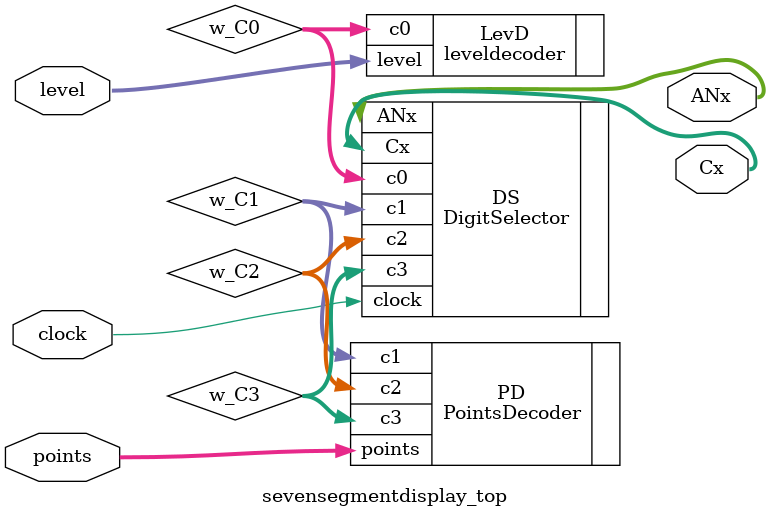
<source format=v>

`timescale 1ns / 1ps
module sevensegmentdisplay_top(
    input clock,
    input [9:0] points,
    input [3:0] level,
    output [3:0] ANx,
    output [7:0]Cx

    );
	 
	 wire [7:0] w_C0;
	 wire [7:0] w_C2;
	 wire [7:0] w_C1;
	 wire [7:0] w_C3;
	 
PointsDecoder PD(.points(points), .c3(w_C3), .c2(w_C2), .c1(w_C1));
leveldecoder LevD(.level(level), .c0(w_C0));
DigitSelector DS (.clock(clock), .c3(w_C3), .c2(w_C2), .c1(w_C1), .c0(w_C0), .ANx(ANx), .Cx(Cx));

endmodule

</source>
